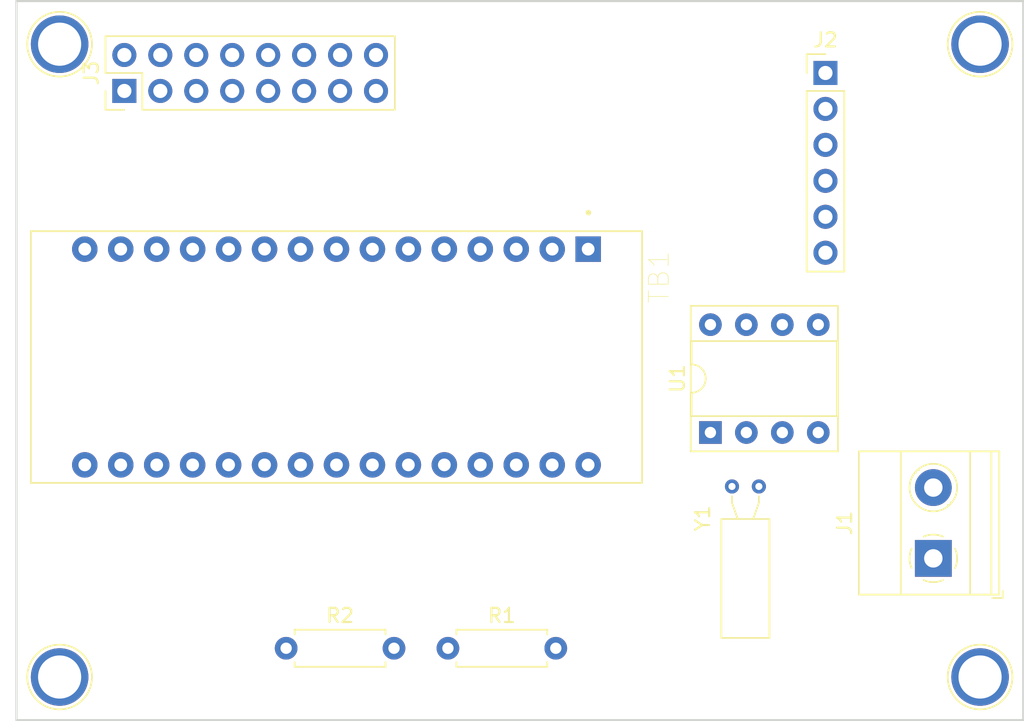
<source format=kicad_pcb>
(kicad_pcb (version 20171130) (host pcbnew 5.0.2-bee76a0~70~ubuntu16.04.1)

  (general
    (thickness 1.6)
    (drawings 4)
    (tracks 0)
    (zones 0)
    (modules 12)
    (nets 31)
  )

  (page A4)
  (layers
    (0 F.Cu signal)
    (31 B.Cu signal)
    (36 B.SilkS user)
    (37 F.SilkS user)
    (38 B.Mask user)
    (39 F.Mask user)
    (44 Edge.Cuts user)
    (45 Margin user)
    (46 B.CrtYd user)
    (47 F.CrtYd user)
  )

  (setup
    (last_trace_width 0.25)
    (trace_clearance 0.2)
    (zone_clearance 0.508)
    (zone_45_only no)
    (trace_min 0.2)
    (segment_width 0.2)
    (edge_width 0.15)
    (via_size 0.8)
    (via_drill 0.4)
    (via_min_size 0.4)
    (via_min_drill 0.3)
    (uvia_size 0.3)
    (uvia_drill 0.1)
    (uvias_allowed no)
    (uvia_min_size 0.2)
    (uvia_min_drill 0.1)
    (pcb_text_width 0.3)
    (pcb_text_size 1.5 1.5)
    (mod_edge_width 0.15)
    (mod_text_size 1 1)
    (mod_text_width 0.15)
    (pad_size 1.524 1.524)
    (pad_drill 0.762)
    (pad_to_mask_clearance 0.051)
    (solder_mask_min_width 0.25)
    (aux_axis_origin 0 0)
    (visible_elements FFFFFF7F)
    (pcbplotparams
      (layerselection 0x010fc_ffffffff)
      (usegerberextensions false)
      (usegerberattributes false)
      (usegerberadvancedattributes false)
      (creategerberjobfile false)
      (excludeedgelayer true)
      (linewidth 0.100000)
      (plotframeref false)
      (viasonmask false)
      (mode 1)
      (useauxorigin false)
      (hpglpennumber 1)
      (hpglpenspeed 20)
      (hpglpendiameter 15.000000)
      (psnegative false)
      (psa4output false)
      (plotreference true)
      (plotvalue true)
      (plotinvisibletext false)
      (padsonsilk false)
      (subtractmaskfromsilk false)
      (outputformat 1)
      (mirror false)
      (drillshape 1)
      (scaleselection 1)
      (outputdirectory ""))
  )

  (net 0 "")
  (net 1 VCC)
  (net 2 GND)
  (net 3 /SW1)
  (net 4 /SW2)
  (net 5 /SW3)
  (net 6 /D7)
  (net 7 /D6)
  (net 8 /D5)
  (net 9 /D4)
  (net 10 /AN3)
  (net 11 /D3)
  (net 12 /AN2)
  (net 13 /D2)
  (net 14 /AN1)
  (net 15 /D1)
  (net 16 /AN0)
  (net 17 /D0)
  (net 18 /SCL)
  (net 19 /SDA)
  (net 20 "Net-(TB1-Pad28)")
  (net 21 "Net-(TB1-Pad16)")
  (net 22 "Net-(TB1-Pad17)")
  (net 23 "Net-(TB1-Pad21)")
  (net 24 "Net-(TB1-Pad22)")
  (net 25 "Net-(TB1-Pad25)")
  (net 26 "Net-(TB1-Pad26)")
  (net 27 "Net-(TB1-Pad30)")
  (net 28 "Net-(U1-Pad1)")
  (net 29 "Net-(U1-Pad2)")
  (net 30 "Net-(U1-Pad7)")

  (net_class Default "This is the default net class."
    (clearance 0.2)
    (trace_width 0.25)
    (via_dia 0.8)
    (via_drill 0.4)
    (uvia_dia 0.3)
    (uvia_drill 0.1)
    (add_net /AN0)
    (add_net /AN1)
    (add_net /AN2)
    (add_net /AN3)
    (add_net /D0)
    (add_net /D1)
    (add_net /D2)
    (add_net /D3)
    (add_net /D4)
    (add_net /D5)
    (add_net /D6)
    (add_net /D7)
    (add_net /SCL)
    (add_net /SDA)
    (add_net /SW1)
    (add_net /SW2)
    (add_net /SW3)
    (add_net GND)
    (add_net "Net-(TB1-Pad16)")
    (add_net "Net-(TB1-Pad17)")
    (add_net "Net-(TB1-Pad21)")
    (add_net "Net-(TB1-Pad22)")
    (add_net "Net-(TB1-Pad25)")
    (add_net "Net-(TB1-Pad26)")
    (add_net "Net-(TB1-Pad28)")
    (add_net "Net-(TB1-Pad30)")
    (add_net "Net-(U1-Pad1)")
    (add_net "Net-(U1-Pad2)")
    (add_net "Net-(U1-Pad7)")
    (add_net VCC)
  )

  (module TerminalBlock_Phoenix:TerminalBlock_Phoenix_MKDS-1,5-2_1x02_P5.00mm_Horizontal (layer F.Cu) (tedit 5B294EE5) (tstamp 5CD7495C)
    (at 115.57 90.17 90)
    (descr "Terminal Block Phoenix MKDS-1,5-2, 2 pins, pitch 5mm, size 10x9.8mm^2, drill diamater 1.3mm, pad diameter 2.6mm, see http://www.farnell.com/datasheets/100425.pdf, script-generated using https://github.com/pointhi/kicad-footprint-generator/scripts/TerminalBlock_Phoenix")
    (tags "THT Terminal Block Phoenix MKDS-1,5-2 pitch 5mm size 10x9.8mm^2 drill 1.3mm pad 2.6mm")
    (path /5CCDC3B3)
    (fp_text reference J1 (at 2.5 -6.26 90) (layer F.SilkS)
      (effects (font (size 1 1) (thickness 0.15)))
    )
    (fp_text value Screw_Terminal_01x02 (at 2.5 5.66 90) (layer F.Fab)
      (effects (font (size 1 1) (thickness 0.15)))
    )
    (fp_arc (start 0 0) (end 0 1.68) (angle -24) (layer F.SilkS) (width 0.12))
    (fp_arc (start 0 0) (end 1.535 0.684) (angle -48) (layer F.SilkS) (width 0.12))
    (fp_arc (start 0 0) (end 0.684 -1.535) (angle -48) (layer F.SilkS) (width 0.12))
    (fp_arc (start 0 0) (end -1.535 -0.684) (angle -48) (layer F.SilkS) (width 0.12))
    (fp_arc (start 0 0) (end -0.684 1.535) (angle -25) (layer F.SilkS) (width 0.12))
    (fp_circle (center 0 0) (end 1.5 0) (layer F.Fab) (width 0.1))
    (fp_circle (center 5 0) (end 6.5 0) (layer F.Fab) (width 0.1))
    (fp_circle (center 5 0) (end 6.68 0) (layer F.SilkS) (width 0.12))
    (fp_line (start -2.5 -5.2) (end 7.5 -5.2) (layer F.Fab) (width 0.1))
    (fp_line (start 7.5 -5.2) (end 7.5 4.6) (layer F.Fab) (width 0.1))
    (fp_line (start 7.5 4.6) (end -2 4.6) (layer F.Fab) (width 0.1))
    (fp_line (start -2 4.6) (end -2.5 4.1) (layer F.Fab) (width 0.1))
    (fp_line (start -2.5 4.1) (end -2.5 -5.2) (layer F.Fab) (width 0.1))
    (fp_line (start -2.5 4.1) (end 7.5 4.1) (layer F.Fab) (width 0.1))
    (fp_line (start -2.56 4.1) (end 7.56 4.1) (layer F.SilkS) (width 0.12))
    (fp_line (start -2.5 2.6) (end 7.5 2.6) (layer F.Fab) (width 0.1))
    (fp_line (start -2.56 2.6) (end 7.56 2.6) (layer F.SilkS) (width 0.12))
    (fp_line (start -2.5 -2.3) (end 7.5 -2.3) (layer F.Fab) (width 0.1))
    (fp_line (start -2.56 -2.301) (end 7.56 -2.301) (layer F.SilkS) (width 0.12))
    (fp_line (start -2.56 -5.261) (end 7.56 -5.261) (layer F.SilkS) (width 0.12))
    (fp_line (start -2.56 4.66) (end 7.56 4.66) (layer F.SilkS) (width 0.12))
    (fp_line (start -2.56 -5.261) (end -2.56 4.66) (layer F.SilkS) (width 0.12))
    (fp_line (start 7.56 -5.261) (end 7.56 4.66) (layer F.SilkS) (width 0.12))
    (fp_line (start 1.138 -0.955) (end -0.955 1.138) (layer F.Fab) (width 0.1))
    (fp_line (start 0.955 -1.138) (end -1.138 0.955) (layer F.Fab) (width 0.1))
    (fp_line (start 6.138 -0.955) (end 4.046 1.138) (layer F.Fab) (width 0.1))
    (fp_line (start 5.955 -1.138) (end 3.863 0.955) (layer F.Fab) (width 0.1))
    (fp_line (start 6.275 -1.069) (end 6.228 -1.023) (layer F.SilkS) (width 0.12))
    (fp_line (start 3.966 1.239) (end 3.931 1.274) (layer F.SilkS) (width 0.12))
    (fp_line (start 6.07 -1.275) (end 6.035 -1.239) (layer F.SilkS) (width 0.12))
    (fp_line (start 3.773 1.023) (end 3.726 1.069) (layer F.SilkS) (width 0.12))
    (fp_line (start -2.8 4.16) (end -2.8 4.9) (layer F.SilkS) (width 0.12))
    (fp_line (start -2.8 4.9) (end -2.3 4.9) (layer F.SilkS) (width 0.12))
    (fp_line (start -3 -5.71) (end -3 5.1) (layer F.CrtYd) (width 0.05))
    (fp_line (start -3 5.1) (end 8 5.1) (layer F.CrtYd) (width 0.05))
    (fp_line (start 8 5.1) (end 8 -5.71) (layer F.CrtYd) (width 0.05))
    (fp_line (start 8 -5.71) (end -3 -5.71) (layer F.CrtYd) (width 0.05))
    (fp_text user %R (at 2.5 3.2 90) (layer F.Fab)
      (effects (font (size 1 1) (thickness 0.15)))
    )
    (pad 1 thru_hole rect (at 0 0 90) (size 2.6 2.6) (drill 1.3) (layers *.Cu *.Mask)
      (net 1 VCC))
    (pad 2 thru_hole circle (at 5 0 90) (size 2.6 2.6) (drill 1.3) (layers *.Cu *.Mask)
      (net 2 GND))
    (model ${KISYS3DMOD}/TerminalBlock_Phoenix.3dshapes/TerminalBlock_Phoenix_MKDS-1,5-2_1x02_P5.00mm_Horizontal.wrl
      (at (xyz 0 0 0))
      (scale (xyz 1 1 1))
      (rotate (xyz 0 0 0))
    )
  )

  (module Pin_Headers:Pin_Header_Straight_1x06_Pitch2.54mm (layer F.Cu) (tedit 59650532) (tstamp 5CD74976)
    (at 107.95 55.88)
    (descr "Through hole straight pin header, 1x06, 2.54mm pitch, single row")
    (tags "Through hole pin header THT 1x06 2.54mm single row")
    (path /5CD7EC68)
    (fp_text reference J2 (at 0 -2.33) (layer F.SilkS)
      (effects (font (size 1 1) (thickness 0.15)))
    )
    (fp_text value Conn_01x06_Male (at 0 15.03) (layer F.Fab)
      (effects (font (size 1 1) (thickness 0.15)))
    )
    (fp_text user %R (at 0 6.35 90) (layer F.Fab)
      (effects (font (size 1 1) (thickness 0.15)))
    )
    (fp_line (start 1.8 -1.8) (end -1.8 -1.8) (layer F.CrtYd) (width 0.05))
    (fp_line (start 1.8 14.5) (end 1.8 -1.8) (layer F.CrtYd) (width 0.05))
    (fp_line (start -1.8 14.5) (end 1.8 14.5) (layer F.CrtYd) (width 0.05))
    (fp_line (start -1.8 -1.8) (end -1.8 14.5) (layer F.CrtYd) (width 0.05))
    (fp_line (start -1.33 -1.33) (end 0 -1.33) (layer F.SilkS) (width 0.12))
    (fp_line (start -1.33 0) (end -1.33 -1.33) (layer F.SilkS) (width 0.12))
    (fp_line (start -1.33 1.27) (end 1.33 1.27) (layer F.SilkS) (width 0.12))
    (fp_line (start 1.33 1.27) (end 1.33 14.03) (layer F.SilkS) (width 0.12))
    (fp_line (start -1.33 1.27) (end -1.33 14.03) (layer F.SilkS) (width 0.12))
    (fp_line (start -1.33 14.03) (end 1.33 14.03) (layer F.SilkS) (width 0.12))
    (fp_line (start -1.27 -0.635) (end -0.635 -1.27) (layer F.Fab) (width 0.1))
    (fp_line (start -1.27 13.97) (end -1.27 -0.635) (layer F.Fab) (width 0.1))
    (fp_line (start 1.27 13.97) (end -1.27 13.97) (layer F.Fab) (width 0.1))
    (fp_line (start 1.27 -1.27) (end 1.27 13.97) (layer F.Fab) (width 0.1))
    (fp_line (start -0.635 -1.27) (end 1.27 -1.27) (layer F.Fab) (width 0.1))
    (pad 6 thru_hole oval (at 0 12.7) (size 1.7 1.7) (drill 1) (layers *.Cu *.Mask)
      (net 3 /SW1))
    (pad 5 thru_hole oval (at 0 10.16) (size 1.7 1.7) (drill 1) (layers *.Cu *.Mask)
      (net 2 GND))
    (pad 4 thru_hole oval (at 0 7.62) (size 1.7 1.7) (drill 1) (layers *.Cu *.Mask)
      (net 4 /SW2))
    (pad 3 thru_hole oval (at 0 5.08) (size 1.7 1.7) (drill 1) (layers *.Cu *.Mask)
      (net 2 GND))
    (pad 2 thru_hole oval (at 0 2.54) (size 1.7 1.7) (drill 1) (layers *.Cu *.Mask)
      (net 5 /SW3))
    (pad 1 thru_hole rect (at 0 0) (size 1.7 1.7) (drill 1) (layers *.Cu *.Mask)
      (net 2 GND))
    (model ${KISYS3DMOD}/Pin_Headers.3dshapes/Pin_Header_Straight_1x06_Pitch2.54mm.wrl
      (at (xyz 0 0 0))
      (scale (xyz 1 1 1))
      (rotate (xyz 0 0 0))
    )
  )

  (module Pin_Headers:Pin_Header_Straight_2x08_Pitch2.54mm (layer F.Cu) (tedit 59650532) (tstamp 5CD7499C)
    (at 58.42 57.15 90)
    (descr "Through hole straight pin header, 2x08, 2.54mm pitch, double rows")
    (tags "Through hole pin header THT 2x08 2.54mm double row")
    (path /5CDA12EE)
    (fp_text reference J3 (at 1.27 -2.33 90) (layer F.SilkS)
      (effects (font (size 1 1) (thickness 0.15)))
    )
    (fp_text value Conn_02x08_Odd_Even (at 1.27 20.11 90) (layer F.Fab)
      (effects (font (size 1 1) (thickness 0.15)))
    )
    (fp_text user %R (at 1.27 8.89 -180) (layer F.Fab)
      (effects (font (size 1 1) (thickness 0.15)))
    )
    (fp_line (start 4.35 -1.8) (end -1.8 -1.8) (layer F.CrtYd) (width 0.05))
    (fp_line (start 4.35 19.55) (end 4.35 -1.8) (layer F.CrtYd) (width 0.05))
    (fp_line (start -1.8 19.55) (end 4.35 19.55) (layer F.CrtYd) (width 0.05))
    (fp_line (start -1.8 -1.8) (end -1.8 19.55) (layer F.CrtYd) (width 0.05))
    (fp_line (start -1.33 -1.33) (end 0 -1.33) (layer F.SilkS) (width 0.12))
    (fp_line (start -1.33 0) (end -1.33 -1.33) (layer F.SilkS) (width 0.12))
    (fp_line (start 1.27 -1.33) (end 3.87 -1.33) (layer F.SilkS) (width 0.12))
    (fp_line (start 1.27 1.27) (end 1.27 -1.33) (layer F.SilkS) (width 0.12))
    (fp_line (start -1.33 1.27) (end 1.27 1.27) (layer F.SilkS) (width 0.12))
    (fp_line (start 3.87 -1.33) (end 3.87 19.11) (layer F.SilkS) (width 0.12))
    (fp_line (start -1.33 1.27) (end -1.33 19.11) (layer F.SilkS) (width 0.12))
    (fp_line (start -1.33 19.11) (end 3.87 19.11) (layer F.SilkS) (width 0.12))
    (fp_line (start -1.27 0) (end 0 -1.27) (layer F.Fab) (width 0.1))
    (fp_line (start -1.27 19.05) (end -1.27 0) (layer F.Fab) (width 0.1))
    (fp_line (start 3.81 19.05) (end -1.27 19.05) (layer F.Fab) (width 0.1))
    (fp_line (start 3.81 -1.27) (end 3.81 19.05) (layer F.Fab) (width 0.1))
    (fp_line (start 0 -1.27) (end 3.81 -1.27) (layer F.Fab) (width 0.1))
    (pad 16 thru_hole oval (at 2.54 17.78 90) (size 1.7 1.7) (drill 1) (layers *.Cu *.Mask)
      (net 1 VCC))
    (pad 15 thru_hole oval (at 0 17.78 90) (size 1.7 1.7) (drill 1) (layers *.Cu *.Mask)
      (net 6 /D7))
    (pad 14 thru_hole oval (at 2.54 15.24 90) (size 1.7 1.7) (drill 1) (layers *.Cu *.Mask)
      (net 1 VCC))
    (pad 13 thru_hole oval (at 0 15.24 90) (size 1.7 1.7) (drill 1) (layers *.Cu *.Mask)
      (net 7 /D6))
    (pad 12 thru_hole oval (at 2.54 12.7 90) (size 1.7 1.7) (drill 1) (layers *.Cu *.Mask)
      (net 1 VCC))
    (pad 11 thru_hole oval (at 0 12.7 90) (size 1.7 1.7) (drill 1) (layers *.Cu *.Mask)
      (net 8 /D5))
    (pad 10 thru_hole oval (at 2.54 10.16 90) (size 1.7 1.7) (drill 1) (layers *.Cu *.Mask)
      (net 1 VCC))
    (pad 9 thru_hole oval (at 0 10.16 90) (size 1.7 1.7) (drill 1) (layers *.Cu *.Mask)
      (net 9 /D4))
    (pad 8 thru_hole oval (at 2.54 7.62 90) (size 1.7 1.7) (drill 1) (layers *.Cu *.Mask)
      (net 10 /AN3))
    (pad 7 thru_hole oval (at 0 7.62 90) (size 1.7 1.7) (drill 1) (layers *.Cu *.Mask)
      (net 11 /D3))
    (pad 6 thru_hole oval (at 2.54 5.08 90) (size 1.7 1.7) (drill 1) (layers *.Cu *.Mask)
      (net 12 /AN2))
    (pad 5 thru_hole oval (at 0 5.08 90) (size 1.7 1.7) (drill 1) (layers *.Cu *.Mask)
      (net 13 /D2))
    (pad 4 thru_hole oval (at 2.54 2.54 90) (size 1.7 1.7) (drill 1) (layers *.Cu *.Mask)
      (net 14 /AN1))
    (pad 3 thru_hole oval (at 0 2.54 90) (size 1.7 1.7) (drill 1) (layers *.Cu *.Mask)
      (net 15 /D1))
    (pad 2 thru_hole oval (at 2.54 0 90) (size 1.7 1.7) (drill 1) (layers *.Cu *.Mask)
      (net 16 /AN0))
    (pad 1 thru_hole rect (at 0 0 90) (size 1.7 1.7) (drill 1) (layers *.Cu *.Mask)
      (net 17 /D0))
    (model ${KISYS3DMOD}/Pin_Headers.3dshapes/Pin_Header_Straight_2x08_Pitch2.54mm.wrl
      (at (xyz 0 0 0))
      (scale (xyz 1 1 1))
      (rotate (xyz 0 0 0))
    )
  )

  (module Resistors_ThroughHole:R_Axial_DIN0207_L6.3mm_D2.5mm_P7.62mm_Horizontal (layer F.Cu) (tedit 5874F706) (tstamp 5CD749B2)
    (at 81.28 96.52)
    (descr "Resistor, Axial_DIN0207 series, Axial, Horizontal, pin pitch=7.62mm, 0.25W = 1/4W, length*diameter=6.3*2.5mm^2, http://cdn-reichelt.de/documents/datenblatt/B400/1_4W%23YAG.pdf")
    (tags "Resistor Axial_DIN0207 series Axial Horizontal pin pitch 7.62mm 0.25W = 1/4W length 6.3mm diameter 2.5mm")
    (path /5CC4C9A9)
    (fp_text reference R1 (at 3.81 -2.31) (layer F.SilkS)
      (effects (font (size 1 1) (thickness 0.15)))
    )
    (fp_text value 1k5 (at 3.81 2.31) (layer F.Fab)
      (effects (font (size 1 1) (thickness 0.15)))
    )
    (fp_line (start 8.7 -1.6) (end -1.05 -1.6) (layer F.CrtYd) (width 0.05))
    (fp_line (start 8.7 1.6) (end 8.7 -1.6) (layer F.CrtYd) (width 0.05))
    (fp_line (start -1.05 1.6) (end 8.7 1.6) (layer F.CrtYd) (width 0.05))
    (fp_line (start -1.05 -1.6) (end -1.05 1.6) (layer F.CrtYd) (width 0.05))
    (fp_line (start 7.02 1.31) (end 7.02 0.98) (layer F.SilkS) (width 0.12))
    (fp_line (start 0.6 1.31) (end 7.02 1.31) (layer F.SilkS) (width 0.12))
    (fp_line (start 0.6 0.98) (end 0.6 1.31) (layer F.SilkS) (width 0.12))
    (fp_line (start 7.02 -1.31) (end 7.02 -0.98) (layer F.SilkS) (width 0.12))
    (fp_line (start 0.6 -1.31) (end 7.02 -1.31) (layer F.SilkS) (width 0.12))
    (fp_line (start 0.6 -0.98) (end 0.6 -1.31) (layer F.SilkS) (width 0.12))
    (fp_line (start 7.62 0) (end 6.96 0) (layer F.Fab) (width 0.1))
    (fp_line (start 0 0) (end 0.66 0) (layer F.Fab) (width 0.1))
    (fp_line (start 6.96 -1.25) (end 0.66 -1.25) (layer F.Fab) (width 0.1))
    (fp_line (start 6.96 1.25) (end 6.96 -1.25) (layer F.Fab) (width 0.1))
    (fp_line (start 0.66 1.25) (end 6.96 1.25) (layer F.Fab) (width 0.1))
    (fp_line (start 0.66 -1.25) (end 0.66 1.25) (layer F.Fab) (width 0.1))
    (pad 2 thru_hole oval (at 7.62 0) (size 1.6 1.6) (drill 0.8) (layers *.Cu *.Mask)
      (net 18 /SCL))
    (pad 1 thru_hole circle (at 0 0) (size 1.6 1.6) (drill 0.8) (layers *.Cu *.Mask)
      (net 1 VCC))
    (model ${KISYS3DMOD}/Resistors_THT.3dshapes/R_Axial_DIN0207_L6.3mm_D2.5mm_P7.62mm_Horizontal.wrl
      (at (xyz 0 0 0))
      (scale (xyz 0.393701 0.393701 0.393701))
      (rotate (xyz 0 0 0))
    )
  )

  (module Resistors_ThroughHole:R_Axial_DIN0207_L6.3mm_D2.5mm_P7.62mm_Horizontal (layer F.Cu) (tedit 5874F706) (tstamp 5CD749C8)
    (at 69.85 96.52)
    (descr "Resistor, Axial_DIN0207 series, Axial, Horizontal, pin pitch=7.62mm, 0.25W = 1/4W, length*diameter=6.3*2.5mm^2, http://cdn-reichelt.de/documents/datenblatt/B400/1_4W%23YAG.pdf")
    (tags "Resistor Axial_DIN0207 series Axial Horizontal pin pitch 7.62mm 0.25W = 1/4W length 6.3mm diameter 2.5mm")
    (path /5CC54CB0)
    (fp_text reference R2 (at 3.81 -2.31) (layer F.SilkS)
      (effects (font (size 1 1) (thickness 0.15)))
    )
    (fp_text value 1k5 (at 3.81 2.31) (layer F.Fab)
      (effects (font (size 1 1) (thickness 0.15)))
    )
    (fp_line (start 0.66 -1.25) (end 0.66 1.25) (layer F.Fab) (width 0.1))
    (fp_line (start 0.66 1.25) (end 6.96 1.25) (layer F.Fab) (width 0.1))
    (fp_line (start 6.96 1.25) (end 6.96 -1.25) (layer F.Fab) (width 0.1))
    (fp_line (start 6.96 -1.25) (end 0.66 -1.25) (layer F.Fab) (width 0.1))
    (fp_line (start 0 0) (end 0.66 0) (layer F.Fab) (width 0.1))
    (fp_line (start 7.62 0) (end 6.96 0) (layer F.Fab) (width 0.1))
    (fp_line (start 0.6 -0.98) (end 0.6 -1.31) (layer F.SilkS) (width 0.12))
    (fp_line (start 0.6 -1.31) (end 7.02 -1.31) (layer F.SilkS) (width 0.12))
    (fp_line (start 7.02 -1.31) (end 7.02 -0.98) (layer F.SilkS) (width 0.12))
    (fp_line (start 0.6 0.98) (end 0.6 1.31) (layer F.SilkS) (width 0.12))
    (fp_line (start 0.6 1.31) (end 7.02 1.31) (layer F.SilkS) (width 0.12))
    (fp_line (start 7.02 1.31) (end 7.02 0.98) (layer F.SilkS) (width 0.12))
    (fp_line (start -1.05 -1.6) (end -1.05 1.6) (layer F.CrtYd) (width 0.05))
    (fp_line (start -1.05 1.6) (end 8.7 1.6) (layer F.CrtYd) (width 0.05))
    (fp_line (start 8.7 1.6) (end 8.7 -1.6) (layer F.CrtYd) (width 0.05))
    (fp_line (start 8.7 -1.6) (end -1.05 -1.6) (layer F.CrtYd) (width 0.05))
    (pad 1 thru_hole circle (at 0 0) (size 1.6 1.6) (drill 0.8) (layers *.Cu *.Mask)
      (net 1 VCC))
    (pad 2 thru_hole oval (at 7.62 0) (size 1.6 1.6) (drill 0.8) (layers *.Cu *.Mask)
      (net 19 /SDA))
    (model ${KISYS3DMOD}/Resistors_THT.3dshapes/R_Axial_DIN0207_L6.3mm_D2.5mm_P7.62mm_Horizontal.wrl
      (at (xyz 0 0 0))
      (scale (xyz 0.393701 0.393701 0.393701))
      (rotate (xyz 0 0 0))
    )
  )

  (module ARDUINO_NANO:SHIELD_ARDUINO_NANO (layer F.Cu) (tedit 5CD74D26) (tstamp 5CD74A01)
    (at 73.406 75.946 270)
    (path /5CC5316A)
    (fp_text reference TB1 (at -5.644 -22.789 270) (layer F.SilkS)
      (effects (font (size 1.4 1.4) (thickness 0.05)))
    )
    (fp_text value ARDUINO_NANO (at 0 22.86 270) (layer F.SilkS) hide
      (effects (font (size 1.4 1.4) (thickness 0.05)))
    )
    (fp_line (start -8.89 -21.59) (end 8.89 -21.59) (layer Eco2.User) (width 0.127))
    (fp_line (start 8.89 -21.59) (end 8.89 21.59) (layer Eco2.User) (width 0.127))
    (fp_line (start 8.89 21.59) (end 3 21.59) (layer Eco2.User) (width 0.127))
    (fp_line (start 3 21.59) (end -2.97 21.59) (layer Eco2.User) (width 0.127))
    (fp_line (start -2.97 21.59) (end -8.89 21.59) (layer Eco2.User) (width 0.127))
    (fp_line (start -8.89 21.59) (end -8.89 -21.59) (layer Eco2.User) (width 0.127))
    (fp_circle (center -10.2 -17.8) (end -10.1 -17.8) (layer F.SilkS) (width 0.2))
    (fp_line (start -8.89 -21.59) (end 8.89 -21.59) (layer F.SilkS) (width 0.127))
    (fp_line (start 8.89 -21.59) (end 8.89 21.59) (layer F.SilkS) (width 0.127))
    (fp_line (start 8.89 21.59) (end -8.89 21.59) (layer F.SilkS) (width 0.127))
    (fp_line (start -8.89 21.59) (end -8.89 -21.59) (layer F.SilkS) (width 0.127))
    (fp_line (start -9.14 -21.84) (end 9.14 -21.84) (layer Eco1.User) (width 0.05))
    (fp_line (start 9.14 -21.84) (end 9.14 21.84) (layer Eco1.User) (width 0.05))
    (fp_line (start -9.14 21.84) (end -9.14 -21.84) (layer Eco1.User) (width 0.05))
    (fp_circle (center -10.2 -17.8) (end -10.1 -17.8) (layer Eco2.User) (width 0.2))
    (fp_line (start -2.97 21.59) (end -2.97 23.495) (layer Eco2.User) (width 0.127))
    (fp_line (start -2.97 23.495) (end 3 23.495) (layer Eco2.User) (width 0.127))
    (fp_line (start 3 23.495) (end 3 21.59) (layer Eco2.User) (width 0.127))
    (fp_line (start -9.14 21.84) (end -3.22 21.84) (layer Eco1.User) (width 0.05))
    (fp_line (start -3.22 21.84) (end -3.22 23.745) (layer Eco1.User) (width 0.05))
    (fp_line (start -3.22 23.745) (end 3.25 23.745) (layer Eco1.User) (width 0.05))
    (fp_line (start 3.25 23.745) (end 3.25 21.84) (layer Eco1.User) (width 0.05))
    (fp_line (start 3.25 21.84) (end 9.14 21.84) (layer Eco1.User) (width 0.05))
    (pad 1 thru_hole rect (at -7.62 -17.78 180) (size 1.8 1.8) (drill 0.9) (layers *.Cu *.Mask)
      (net 15 /D1))
    (pad 2 thru_hole circle (at -7.62 -15.24 180) (size 1.8 1.8) (drill 0.9) (layers *.Cu *.Mask)
      (net 17 /D0))
    (pad 3 thru_hole circle (at -7.62 -12.7 180) (size 1.8 1.8) (drill 0.9) (layers *.Cu *.Mask)
      (net 20 "Net-(TB1-Pad28)"))
    (pad 4 thru_hole circle (at -7.62 -10.16 180) (size 1.8 1.8) (drill 0.9) (layers *.Cu *.Mask)
      (net 2 GND))
    (pad 5 thru_hole circle (at -7.62 -7.62 180) (size 1.8 1.8) (drill 0.9) (layers *.Cu *.Mask)
      (net 13 /D2))
    (pad 6 thru_hole circle (at -7.62 -5.08 180) (size 1.8 1.8) (drill 0.9) (layers *.Cu *.Mask)
      (net 11 /D3))
    (pad 7 thru_hole circle (at -7.62 -2.54 180) (size 1.8 1.8) (drill 0.9) (layers *.Cu *.Mask)
      (net 9 /D4))
    (pad 8 thru_hole circle (at -7.62 0 180) (size 1.8 1.8) (drill 0.9) (layers *.Cu *.Mask)
      (net 8 /D5))
    (pad 9 thru_hole circle (at -7.62 2.54 180) (size 1.8 1.8) (drill 0.9) (layers *.Cu *.Mask)
      (net 7 /D6))
    (pad 10 thru_hole circle (at -7.62 5.08 180) (size 1.8 1.8) (drill 0.9) (layers *.Cu *.Mask)
      (net 6 /D7))
    (pad 11 thru_hole circle (at -7.62 7.62 180) (size 1.8 1.8) (drill 0.9) (layers *.Cu *.Mask)
      (net 16 /AN0))
    (pad 12 thru_hole circle (at -7.62 10.16 180) (size 1.8 1.8) (drill 0.9) (layers *.Cu *.Mask)
      (net 14 /AN1))
    (pad 13 thru_hole circle (at -7.62 12.7 180) (size 1.8 1.8) (drill 0.9) (layers *.Cu *.Mask)
      (net 12 /AN2))
    (pad 14 thru_hole circle (at -7.62 15.24 180) (size 1.8 1.8) (drill 0.9) (layers *.Cu *.Mask)
      (net 3 /SW1))
    (pad 15 thru_hole circle (at -7.62 17.78 180) (size 1.8 1.8) (drill 0.9) (layers *.Cu *.Mask)
      (net 10 /AN3))
    (pad 16 thru_hole circle (at 7.62 17.78) (size 1.8 1.8) (drill 0.9) (layers *.Cu *.Mask)
      (net 21 "Net-(TB1-Pad16)"))
    (pad 17 thru_hole circle (at 7.62 15.24) (size 1.8 1.8) (drill 0.9) (layers *.Cu *.Mask)
      (net 22 "Net-(TB1-Pad17)"))
    (pad 18 thru_hole circle (at 7.62 12.7) (size 1.8 1.8) (drill 0.9) (layers *.Cu *.Mask)
      (net 1 VCC))
    (pad 19 thru_hole circle (at 7.62 10.16) (size 1.8 1.8) (drill 0.9) (layers *.Cu *.Mask)
      (net 5 /SW3))
    (pad 20 thru_hole circle (at 7.62 7.62) (size 1.8 1.8) (drill 0.9) (layers *.Cu *.Mask)
      (net 4 /SW2))
    (pad 21 thru_hole circle (at 7.62 5.08) (size 1.8 1.8) (drill 0.9) (layers *.Cu *.Mask)
      (net 23 "Net-(TB1-Pad21)"))
    (pad 22 thru_hole circle (at 7.62 2.54) (size 1.8 1.8) (drill 0.9) (layers *.Cu *.Mask)
      (net 24 "Net-(TB1-Pad22)"))
    (pad 23 thru_hole circle (at 7.62 0) (size 1.8 1.8) (drill 0.9) (layers *.Cu *.Mask)
      (net 19 /SDA))
    (pad 24 thru_hole circle (at 7.62 -2.54) (size 1.8 1.8) (drill 0.9) (layers *.Cu *.Mask)
      (net 18 /SCL))
    (pad 25 thru_hole circle (at 7.62 -5.08) (size 1.8 1.8) (drill 0.9) (layers *.Cu *.Mask)
      (net 25 "Net-(TB1-Pad25)"))
    (pad 26 thru_hole circle (at 7.62 -7.62) (size 1.8 1.8) (drill 0.9) (layers *.Cu *.Mask)
      (net 26 "Net-(TB1-Pad26)"))
    (pad 27 thru_hole circle (at 7.62 -10.16) (size 1.8 1.8) (drill 0.9) (layers *.Cu *.Mask)
      (net 1 VCC))
    (pad 28 thru_hole circle (at 7.62 -12.7) (size 1.8 1.8) (drill 0.9) (layers *.Cu *.Mask)
      (net 20 "Net-(TB1-Pad28)"))
    (pad 29 thru_hole circle (at 7.62 -15.24) (size 1.8 1.8) (drill 0.9) (layers *.Cu *.Mask)
      (net 2 GND))
    (pad 30 thru_hole circle (at 7.62 -17.78) (size 1.8 1.8) (drill 0.9) (layers *.Cu *.Mask)
      (net 27 "Net-(TB1-Pad30)"))
  )

  (module Housings_DIP:DIP-8_W7.62mm_Socket (layer F.Cu) (tedit 59C78D6B) (tstamp 5CD799F2)
    (at 99.822 81.28 90)
    (descr "8-lead though-hole mounted DIP package, row spacing 7.62 mm (300 mils), Socket")
    (tags "THT DIP DIL PDIP 2.54mm 7.62mm 300mil Socket")
    (path /5CC30FEA)
    (fp_text reference U1 (at 3.81 -2.33 90) (layer F.SilkS)
      (effects (font (size 1 1) (thickness 0.15)))
    )
    (fp_text value DS1307+ (at 3.81 9.95 90) (layer F.Fab)
      (effects (font (size 1 1) (thickness 0.15)))
    )
    (fp_text user %R (at 3.81 3.81 90) (layer F.Fab)
      (effects (font (size 1 1) (thickness 0.15)))
    )
    (fp_line (start 9.15 -1.6) (end -1.55 -1.6) (layer F.CrtYd) (width 0.05))
    (fp_line (start 9.15 9.2) (end 9.15 -1.6) (layer F.CrtYd) (width 0.05))
    (fp_line (start -1.55 9.2) (end 9.15 9.2) (layer F.CrtYd) (width 0.05))
    (fp_line (start -1.55 -1.6) (end -1.55 9.2) (layer F.CrtYd) (width 0.05))
    (fp_line (start 8.95 -1.39) (end -1.33 -1.39) (layer F.SilkS) (width 0.12))
    (fp_line (start 8.95 9.01) (end 8.95 -1.39) (layer F.SilkS) (width 0.12))
    (fp_line (start -1.33 9.01) (end 8.95 9.01) (layer F.SilkS) (width 0.12))
    (fp_line (start -1.33 -1.39) (end -1.33 9.01) (layer F.SilkS) (width 0.12))
    (fp_line (start 6.46 -1.33) (end 4.81 -1.33) (layer F.SilkS) (width 0.12))
    (fp_line (start 6.46 8.95) (end 6.46 -1.33) (layer F.SilkS) (width 0.12))
    (fp_line (start 1.16 8.95) (end 6.46 8.95) (layer F.SilkS) (width 0.12))
    (fp_line (start 1.16 -1.33) (end 1.16 8.95) (layer F.SilkS) (width 0.12))
    (fp_line (start 2.81 -1.33) (end 1.16 -1.33) (layer F.SilkS) (width 0.12))
    (fp_line (start 8.89 -1.33) (end -1.27 -1.33) (layer F.Fab) (width 0.1))
    (fp_line (start 8.89 8.95) (end 8.89 -1.33) (layer F.Fab) (width 0.1))
    (fp_line (start -1.27 8.95) (end 8.89 8.95) (layer F.Fab) (width 0.1))
    (fp_line (start -1.27 -1.33) (end -1.27 8.95) (layer F.Fab) (width 0.1))
    (fp_line (start 0.635 -0.27) (end 1.635 -1.27) (layer F.Fab) (width 0.1))
    (fp_line (start 0.635 8.89) (end 0.635 -0.27) (layer F.Fab) (width 0.1))
    (fp_line (start 6.985 8.89) (end 0.635 8.89) (layer F.Fab) (width 0.1))
    (fp_line (start 6.985 -1.27) (end 6.985 8.89) (layer F.Fab) (width 0.1))
    (fp_line (start 1.635 -1.27) (end 6.985 -1.27) (layer F.Fab) (width 0.1))
    (fp_arc (start 3.81 -1.33) (end 2.81 -1.33) (angle -180) (layer F.SilkS) (width 0.12))
    (pad 8 thru_hole oval (at 7.62 0 90) (size 1.6 1.6) (drill 0.8) (layers *.Cu *.Mask)
      (net 1 VCC))
    (pad 4 thru_hole oval (at 0 7.62 90) (size 1.6 1.6) (drill 0.8) (layers *.Cu *.Mask)
      (net 2 GND))
    (pad 7 thru_hole oval (at 7.62 2.54 90) (size 1.6 1.6) (drill 0.8) (layers *.Cu *.Mask)
      (net 30 "Net-(U1-Pad7)"))
    (pad 3 thru_hole oval (at 0 5.08 90) (size 1.6 1.6) (drill 0.8) (layers *.Cu *.Mask)
      (net 2 GND))
    (pad 6 thru_hole oval (at 7.62 5.08 90) (size 1.6 1.6) (drill 0.8) (layers *.Cu *.Mask)
      (net 18 /SCL))
    (pad 2 thru_hole oval (at 0 2.54 90) (size 1.6 1.6) (drill 0.8) (layers *.Cu *.Mask)
      (net 29 "Net-(U1-Pad2)"))
    (pad 5 thru_hole oval (at 7.62 7.62 90) (size 1.6 1.6) (drill 0.8) (layers *.Cu *.Mask)
      (net 19 /SDA))
    (pad 1 thru_hole rect (at 0 0 90) (size 1.6 1.6) (drill 0.8) (layers *.Cu *.Mask)
      (net 28 "Net-(U1-Pad1)"))
    (model ${KISYS3DMOD}/Housings_DIP.3dshapes/DIP-8_W7.62mm_Socket.wrl
      (at (xyz 0 0 0))
      (scale (xyz 1 1 1))
      (rotate (xyz 0 0 0))
    )
  )

  (module Crystals:Crystal_C38-LF_d3.0mm_l8.0mm_Horizontal (layer F.Cu) (tedit 58CD2FDC) (tstamp 5CD7EE15)
    (at 101.346 85.09)
    (descr "Crystal THT C38-LF 8.0mm length 3.0mm diameter")
    (tags ['C38-LF'])
    (path /5CC31121)
    (fp_text reference Y1 (at -2.07 2.25 90) (layer F.SilkS)
      (effects (font (size 1 1) (thickness 0.15)))
    )
    (fp_text value "32.768 KHz" (at 3.97 2.25 90) (layer F.Fab)
      (effects (font (size 1 1) (thickness 0.15)))
    )
    (fp_line (start 3.2 -0.8) (end -1.3 -0.8) (layer F.CrtYd) (width 0.05))
    (fp_line (start 3.2 11.3) (end 3.2 -0.8) (layer F.CrtYd) (width 0.05))
    (fp_line (start -1.3 11.3) (end 3.2 11.3) (layer F.CrtYd) (width 0.05))
    (fp_line (start -1.3 -0.8) (end -1.3 11.3) (layer F.CrtYd) (width 0.05))
    (fp_line (start 1.9 1.15) (end 1.9 0.7) (layer F.SilkS) (width 0.12))
    (fp_line (start 1.495 2.3) (end 1.9 1.15) (layer F.SilkS) (width 0.12))
    (fp_line (start 0 1.15) (end 0 0.7) (layer F.SilkS) (width 0.12))
    (fp_line (start 0.405 2.3) (end 0 1.15) (layer F.SilkS) (width 0.12))
    (fp_line (start 2.65 2.3) (end -0.75 2.3) (layer F.SilkS) (width 0.12))
    (fp_line (start 2.65 10.7) (end 2.65 2.3) (layer F.SilkS) (width 0.12))
    (fp_line (start -0.75 10.7) (end 2.65 10.7) (layer F.SilkS) (width 0.12))
    (fp_line (start -0.75 2.3) (end -0.75 10.7) (layer F.SilkS) (width 0.12))
    (fp_line (start 1.9 1.25) (end 1.9 0) (layer F.Fab) (width 0.1))
    (fp_line (start 1.495 2.5) (end 1.9 1.25) (layer F.Fab) (width 0.1))
    (fp_line (start 0 1.25) (end 0 0) (layer F.Fab) (width 0.1))
    (fp_line (start 0.405 2.5) (end 0 1.25) (layer F.Fab) (width 0.1))
    (fp_line (start 2.45 2.5) (end -0.55 2.5) (layer F.Fab) (width 0.1))
    (fp_line (start 2.45 10.5) (end 2.45 2.5) (layer F.Fab) (width 0.1))
    (fp_line (start -0.55 10.5) (end 2.45 10.5) (layer F.Fab) (width 0.1))
    (fp_line (start -0.55 2.5) (end -0.55 10.5) (layer F.Fab) (width 0.1))
    (fp_text user %R (at 1.25 6.5 90) (layer F.Fab)
      (effects (font (size 0.7 0.7) (thickness 0.105)))
    )
    (pad 2 thru_hole circle (at 1.9 0) (size 1 1) (drill 0.5) (layers *.Cu *.Mask)
      (net 29 "Net-(U1-Pad2)"))
    (pad 1 thru_hole circle (at 0 0) (size 1 1) (drill 0.5) (layers *.Cu *.Mask)
      (net 28 "Net-(U1-Pad1)"))
    (model ${KISYS3DMOD}/Crystals.3dshapes/Crystal_C38-LF_d3.0mm_l8.0mm_Horizontal.wrl
      (at (xyz 0 0 0))
      (scale (xyz 0.393701 0.393701 0.393701))
      (rotate (xyz 0 0 0))
    )
  )

  (module Connect:1pin (layer F.Cu) (tedit 5CD74C4D) (tstamp 5CD7EE4C)
    (at 53.848 53.848)
    (descr "module 1 pin (ou trou mecanique de percage)")
    (tags DEV)
    (fp_text reference REF** (at 0 -3.048) (layer F.SilkS) hide
      (effects (font (size 1 1) (thickness 0.15)))
    )
    (fp_text value 1pin (at 0 3) (layer F.Fab)
      (effects (font (size 1 1) (thickness 0.15)))
    )
    (fp_circle (center 0 0) (end 2 0.8) (layer F.Fab) (width 0.1))
    (fp_circle (center 0 0) (end 2.6 0) (layer F.CrtYd) (width 0.05))
    (fp_circle (center 0 0) (end 0 -2.286) (layer F.SilkS) (width 0.12))
    (pad 1 thru_hole circle (at 0 0) (size 4.064 4.064) (drill 3.048) (layers *.Cu *.Mask))
  )

  (module Connect:1pin (layer F.Cu) (tedit 5CD74C51) (tstamp 5CD7EE4F)
    (at 118.872 53.848)
    (descr "module 1 pin (ou trou mecanique de percage)")
    (tags DEV)
    (fp_text reference REF** (at 0 -3.048) (layer F.SilkS) hide
      (effects (font (size 1 1) (thickness 0.15)))
    )
    (fp_text value 1pin (at 0 3) (layer F.Fab)
      (effects (font (size 1 1) (thickness 0.15)))
    )
    (fp_circle (center 0 0) (end 2 0.8) (layer F.Fab) (width 0.1))
    (fp_circle (center 0 0) (end 2.6 0) (layer F.CrtYd) (width 0.05))
    (fp_circle (center 0 0) (end 0 -2.286) (layer F.SilkS) (width 0.12))
    (pad 1 thru_hole circle (at 0 0) (size 4.064 4.064) (drill 3.048) (layers *.Cu *.Mask))
  )

  (module Connect:1pin (layer F.Cu) (tedit 5CD74C54) (tstamp 5CD7EE52)
    (at 53.848 98.552)
    (descr "module 1 pin (ou trou mecanique de percage)")
    (tags DEV)
    (fp_text reference REF** (at 0 -3.048) (layer F.SilkS) hide
      (effects (font (size 1 1) (thickness 0.15)))
    )
    (fp_text value 1pin (at 0 3) (layer F.Fab)
      (effects (font (size 1 1) (thickness 0.15)))
    )
    (fp_circle (center 0 0) (end 2 0.8) (layer F.Fab) (width 0.1))
    (fp_circle (center 0 0) (end 2.6 0) (layer F.CrtYd) (width 0.05))
    (fp_circle (center 0 0) (end 0 -2.286) (layer F.SilkS) (width 0.12))
    (pad 1 thru_hole circle (at 0 0) (size 4.064 4.064) (drill 3.048) (layers *.Cu *.Mask))
  )

  (module Connect:1pin (layer F.Cu) (tedit 5CD74C58) (tstamp 5CD7EE55)
    (at 118.872 98.552)
    (descr "module 1 pin (ou trou mecanique de percage)")
    (tags DEV)
    (fp_text reference REF** (at 0 -3.048) (layer F.SilkS) hide
      (effects (font (size 1 1) (thickness 0.15)))
    )
    (fp_text value 1pin (at 0 3) (layer F.Fab)
      (effects (font (size 1 1) (thickness 0.15)))
    )
    (fp_circle (center 0 0) (end 2 0.8) (layer F.Fab) (width 0.1))
    (fp_circle (center 0 0) (end 2.6 0) (layer F.CrtYd) (width 0.05))
    (fp_circle (center 0 0) (end 0 -2.286) (layer F.SilkS) (width 0.12))
    (pad 1 thru_hole circle (at 0 0) (size 4.064 4.064) (drill 3.048) (layers *.Cu *.Mask))
  )

  (gr_line (start 50.8 101.6) (end 50.8 50.8) (layer Edge.Cuts) (width 0.15))
  (gr_line (start 121.92 101.6) (end 50.8 101.6) (layer Edge.Cuts) (width 0.15))
  (gr_line (start 121.92 50.8) (end 121.92 101.6) (layer Edge.Cuts) (width 0.15))
  (gr_line (start 50.8 50.8) (end 121.92 50.8) (layer Edge.Cuts) (width 0.15))

)

</source>
